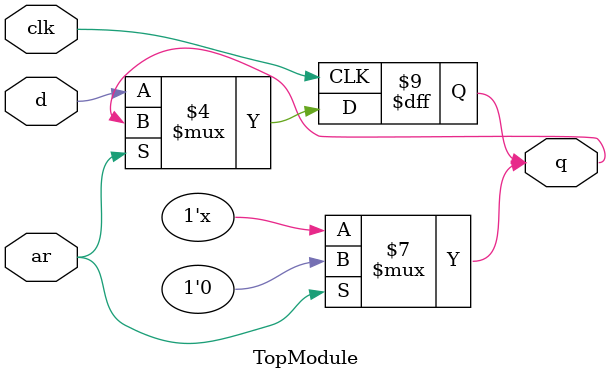
<source format=sv>

module TopModule (
    input  wire clk,   // Clock input
    input  wire ar,    // Asynchronous reset
    input  wire d,     // Data input
    output reg q       // Output
);

    // Asynchronous reset behavior
    always @(*) begin
        if (ar) begin
            q <= 1'b0;  // Reset output to 0
        end else begin
            q <= q;     // Maintain the current state
        end
    end
   
    // Positive edge triggered behavior
    always @(posedge clk) begin
        if (!ar) begin
            q <= d;      // Capture input 'd' on positive clock edge
        end
    end

endmodule
</source>
